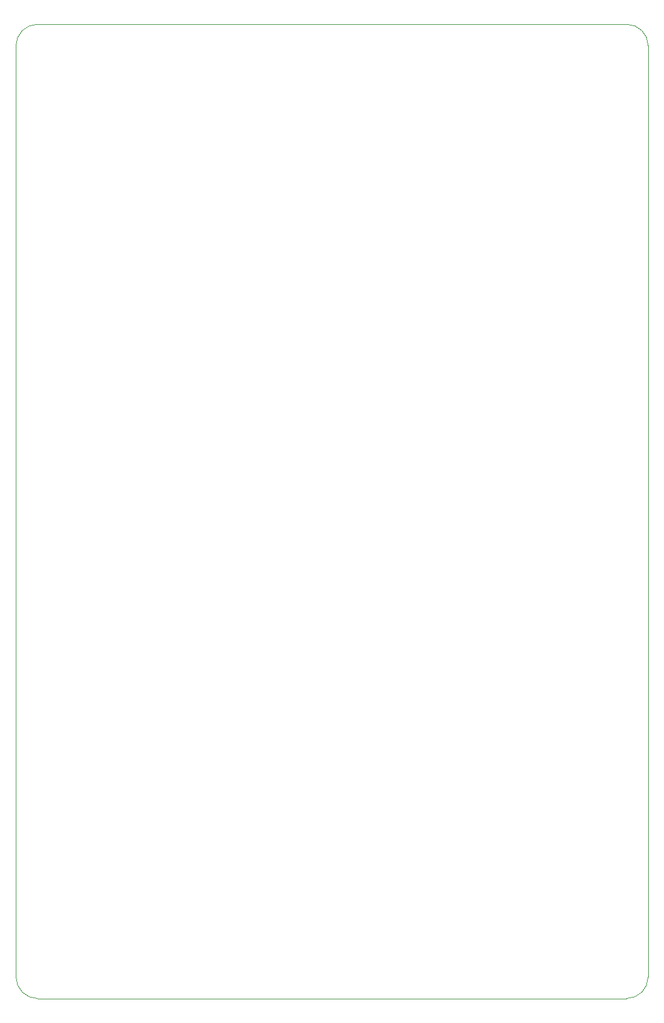
<source format=gbr>
%TF.GenerationSoftware,KiCad,Pcbnew,8.0.7-8.0.7-0~ubuntu22.04.1*%
%TF.CreationDate,2025-01-26T09:17:27+01:00*%
%TF.ProjectId,Electrobot_H755,456c6563-7472-46f6-926f-745f48373535,rev?*%
%TF.SameCoordinates,Original*%
%TF.FileFunction,Profile,NP*%
%FSLAX46Y46*%
G04 Gerber Fmt 4.6, Leading zero omitted, Abs format (unit mm)*
G04 Created by KiCad (PCBNEW 8.0.7-8.0.7-0~ubuntu22.04.1) date 2025-01-26 09:17:27*
%MOMM*%
%LPD*%
G01*
G04 APERTURE LIST*
%TA.AperFunction,Profile*%
%ADD10C,0.050000*%
%TD*%
G04 APERTURE END LIST*
D10*
X66500000Y-172085000D02*
G75*
G02*
X63500000Y-169085000I0J3000000D01*
G01*
X148765000Y-172085000D02*
X66500000Y-172085000D01*
X66500000Y-36068000D02*
X148765000Y-36068000D01*
X151765000Y-39068000D02*
X151765000Y-169085000D01*
X148765000Y-36068000D02*
G75*
G02*
X151765000Y-39068000I0J-3000000D01*
G01*
X151765000Y-169085000D02*
G75*
G02*
X148765000Y-172085000I-3000000J0D01*
G01*
X63500000Y-169085000D02*
X63500000Y-39068000D01*
X63500000Y-39068000D02*
G75*
G02*
X66500000Y-36068000I3000000J0D01*
G01*
M02*

</source>
